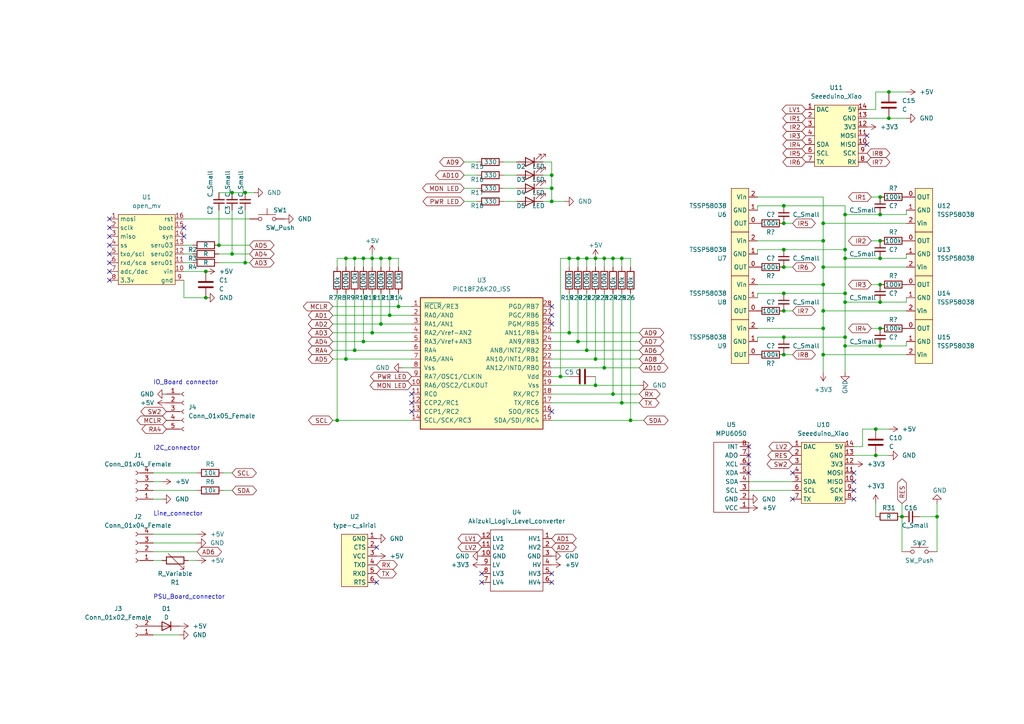
<source format=kicad_sch>
(kicad_sch (version 20211123) (generator eeschema)
  (paper "A4")
  (junction (at 238.76 102.87))
  (junction (at 165.1 74.93))
  (junction (at 59.69 86.36))
  (junction (at 63.5 71.12))
  (junction (at 107.95 74.93))
  (junction (at 227.33 59.69))
  (junction (at 177.8 74.93))
  (junction (at 254 124.46))
  (junction (at 113.03 91.44))
  (junction (at 102.87 74.93))
  (junction (at 238.76 90.17))
  (junction (at 105.41 74.93))
  (junction (at 245.11 87.63))
  (junction (at 227.33 97.79))
  (junction (at 102.87 101.6))
  (junction (at 172.72 111.76))
  (junction (at 113.03 74.93))
  (junction (at 238.76 82.55))
  (junction (at 227.33 77.47))
  (junction (at 71.12 55.88))
  (junction (at 245.11 62.23))
  (junction (at 177.8 114.3))
  (junction (at 257.81 34.29))
  (junction (at 105.41 99.06))
  (junction (at 110.49 93.98))
  (junction (at 170.18 74.93))
  (junction (at 271.78 149.86))
  (junction (at 167.64 99.06))
  (junction (at 180.34 74.93))
  (junction (at 67.31 55.88))
  (junction (at 100.33 104.14))
  (junction (at 227.33 64.77))
  (junction (at 255.27 100.33))
  (junction (at 227.33 90.17))
  (junction (at 238.76 77.47))
  (junction (at 245.11 85.09))
  (junction (at 254 132.08))
  (junction (at 175.26 106.68))
  (junction (at 238.76 69.85))
  (junction (at 107.95 96.52))
  (junction (at 67.31 73.66))
  (junction (at 255.27 87.63))
  (junction (at 245.11 97.79))
  (junction (at 167.64 74.93))
  (junction (at 170.18 101.6))
  (junction (at 172.72 104.14))
  (junction (at 172.72 74.93))
  (junction (at 71.12 76.2))
  (junction (at 180.34 116.84))
  (junction (at 257.81 26.67))
  (junction (at 255.27 82.55))
  (junction (at 238.76 95.25))
  (junction (at 59.69 78.74))
  (junction (at 182.88 121.92))
  (junction (at 245.11 72.39))
  (junction (at 238.76 64.77))
  (junction (at 245.11 100.33))
  (junction (at 261.62 149.86))
  (junction (at 160.02 54.61))
  (junction (at 100.33 74.93))
  (junction (at 165.1 96.52))
  (junction (at 97.79 121.92))
  (junction (at 160.02 58.42))
  (junction (at 255.27 69.85))
  (junction (at 115.57 88.9))
  (junction (at 110.49 74.93))
  (junction (at 160.02 50.8))
  (junction (at 175.26 74.93))
  (junction (at 255.27 62.23))
  (junction (at 245.11 74.93))
  (junction (at 255.27 95.25))
  (junction (at 162.56 109.22))
  (junction (at 255.27 74.93))
  (junction (at 227.33 72.39))
  (junction (at 255.27 57.15))
  (junction (at 227.33 85.09))
  (junction (at 227.33 102.87))
  (no_connect (at 160.02 93.98))
  (no_connect (at 160.02 91.44))
  (no_connect (at 160.02 88.9))
  (no_connect (at 119.38 114.3))
  (no_connect (at 119.38 116.84))
  (no_connect (at 119.38 119.38))
  (no_connect (at 109.22 168.91))
  (no_connect (at 109.22 158.75))
  (no_connect (at 139.7 166.37))
  (no_connect (at 139.7 168.91))
  (no_connect (at 160.02 168.91))
  (no_connect (at 160.02 166.37))
  (no_connect (at 160.02 119.38))
  (no_connect (at 53.34 68.58))
  (no_connect (at 53.34 66.04))
  (no_connect (at 31.75 63.5))
  (no_connect (at 31.75 66.04))
  (no_connect (at 31.75 68.58))
  (no_connect (at 31.75 71.12))
  (no_connect (at 31.75 73.66))
  (no_connect (at 31.75 76.2))
  (no_connect (at 31.75 78.74))
  (no_connect (at 31.75 81.28))
  (no_connect (at 217.17 137.16))
  (no_connect (at 217.17 134.62))
  (no_connect (at 217.17 132.08))
  (no_connect (at 217.17 129.54))
  (no_connect (at 229.87 137.16))
  (no_connect (at 247.65 144.78))
  (no_connect (at 247.65 142.24))
  (no_connect (at 247.65 139.7))
  (no_connect (at 247.65 137.16))
  (no_connect (at 229.87 144.78))
  (no_connect (at 251.46 41.91))
  (no_connect (at 251.46 39.37))
  (wire (pts (xy 160.02 116.84) (xy 180.34 116.84)))
  (wire (pts (xy 157.48 58.42) (xy 160.02 58.42)))
  (wire (pts (xy 63.5 60.96) (xy 63.5 71.12)))
  (wire (pts (xy 172.72 74.93) (xy 175.26 74.93)))
  (wire (pts (xy 157.48 50.8) (xy 160.02 50.8)))
  (wire (pts (xy 96.52 91.44) (xy 113.03 91.44)))
  (wire (pts (xy 72.39 76.2) (xy 71.12 76.2)))
  (wire (pts (xy 245.11 72.39) (xy 245.11 74.93)))
  (wire (pts (xy 71.12 55.88) (xy 73.66 55.88)))
  (wire (pts (xy 172.72 74.93) (xy 172.72 77.47)))
  (wire (pts (xy 254 124.46) (xy 257.81 124.46)))
  (wire (pts (xy 115.57 85.09) (xy 115.57 88.9)))
  (wire (pts (xy 44.45 160.02) (xy 57.15 160.02)))
  (wire (pts (xy 219.71 69.85) (xy 238.76 69.85)))
  (wire (pts (xy 177.8 85.09) (xy 177.8 114.3)))
  (wire (pts (xy 160.02 101.6) (xy 170.18 101.6)))
  (wire (pts (xy 162.56 109.22) (xy 162.56 74.93)))
  (wire (pts (xy 146.05 54.61) (xy 149.86 54.61)))
  (wire (pts (xy 160.02 114.3) (xy 177.8 114.3)))
  (wire (pts (xy 238.76 64.77) (xy 238.76 69.85)))
  (wire (pts (xy 252.73 69.85) (xy 255.27 69.85)))
  (wire (pts (xy 96.52 88.9) (xy 115.57 88.9)))
  (wire (pts (xy 257.81 132.08) (xy 254 132.08)))
  (wire (pts (xy 146.05 46.99) (xy 149.86 46.99)))
  (wire (pts (xy 102.87 74.93) (xy 102.87 77.47)))
  (wire (pts (xy 245.11 85.09) (xy 245.11 87.63)))
  (wire (pts (xy 219.71 85.09) (xy 227.33 85.09)))
  (wire (pts (xy 254 132.08) (xy 247.65 132.08)))
  (wire (pts (xy 107.95 74.93) (xy 110.49 74.93)))
  (wire (pts (xy 55.88 73.66) (xy 53.34 73.66)))
  (wire (pts (xy 160.02 111.76) (xy 172.72 111.76)))
  (wire (pts (xy 113.03 85.09) (xy 113.03 91.44)))
  (wire (pts (xy 160.02 58.42) (xy 160.02 54.61)))
  (wire (pts (xy 165.1 96.52) (xy 160.02 96.52)))
  (wire (pts (xy 54.61 162.56) (xy 57.15 162.56)))
  (wire (pts (xy 53.34 81.28) (xy 53.34 86.36)))
  (wire (pts (xy 162.56 74.93) (xy 165.1 74.93)))
  (wire (pts (xy 227.33 72.39) (xy 245.11 72.39)))
  (wire (pts (xy 63.5 55.88) (xy 67.31 55.88)))
  (wire (pts (xy 245.11 100.33) (xy 255.27 100.33)))
  (wire (pts (xy 229.87 77.47) (xy 227.33 77.47)))
  (wire (pts (xy 180.34 74.93) (xy 182.88 74.93)))
  (wire (pts (xy 55.88 71.12) (xy 53.34 71.12)))
  (wire (pts (xy 172.72 104.14) (xy 185.42 104.14)))
  (wire (pts (xy 177.8 74.93) (xy 180.34 74.93)))
  (wire (pts (xy 238.76 69.85) (xy 238.76 77.47)))
  (wire (pts (xy 72.39 63.5) (xy 53.34 63.5)))
  (wire (pts (xy 165.1 85.09) (xy 165.1 96.52)))
  (wire (pts (xy 100.33 77.47) (xy 100.33 74.93)))
  (wire (pts (xy 229.87 64.77) (xy 227.33 64.77)))
  (wire (pts (xy 252.73 82.55) (xy 255.27 82.55)))
  (wire (pts (xy 229.87 102.87) (xy 227.33 102.87)))
  (wire (pts (xy 219.71 82.55) (xy 238.76 82.55)))
  (wire (pts (xy 113.03 91.44) (xy 119.38 91.44)))
  (wire (pts (xy 238.76 57.15) (xy 238.76 64.77)))
  (wire (pts (xy 134.62 46.99) (xy 138.43 46.99)))
  (wire (pts (xy 53.34 78.74) (xy 59.69 78.74)))
  (wire (pts (xy 172.72 111.76) (xy 185.42 111.76)))
  (wire (pts (xy 262.89 100.33) (xy 255.27 100.33)))
  (wire (pts (xy 160.02 104.14) (xy 172.72 104.14)))
  (wire (pts (xy 157.48 54.61) (xy 160.02 54.61)))
  (wire (pts (xy 160.02 50.8) (xy 160.02 46.99)))
  (wire (pts (xy 160.02 106.68) (xy 175.26 106.68)))
  (wire (pts (xy 97.79 74.93) (xy 100.33 74.93)))
  (wire (pts (xy 67.31 73.66) (xy 63.5 73.66)))
  (wire (pts (xy 251.46 34.29) (xy 257.81 34.29)))
  (wire (pts (xy 261.62 149.86) (xy 261.62 160.02)))
  (wire (pts (xy 44.45 142.24) (xy 57.15 142.24)))
  (wire (pts (xy 170.18 85.09) (xy 170.18 101.6)))
  (wire (pts (xy 110.49 74.93) (xy 110.49 77.47)))
  (wire (pts (xy 251.46 31.75) (xy 254 31.75)))
  (wire (pts (xy 227.33 85.09) (xy 245.11 85.09)))
  (wire (pts (xy 262.89 99.06) (xy 262.89 100.33)))
  (wire (pts (xy 134.62 50.8) (xy 138.43 50.8)))
  (wire (pts (xy 107.95 96.52) (xy 119.38 96.52)))
  (wire (pts (xy 177.8 74.93) (xy 175.26 74.93)))
  (wire (pts (xy 261.62 146.05) (xy 261.62 149.86)))
  (wire (pts (xy 105.41 74.93) (xy 105.41 77.47)))
  (wire (pts (xy 102.87 74.93) (xy 105.41 74.93)))
  (wire (pts (xy 105.41 74.93) (xy 107.95 74.93)))
  (wire (pts (xy 257.81 26.67) (xy 262.89 26.67)))
  (wire (pts (xy 96.52 101.6) (xy 102.87 101.6)))
  (wire (pts (xy 115.57 88.9) (xy 119.38 88.9)))
  (wire (pts (xy 219.71 73.66) (xy 219.71 72.39)))
  (wire (pts (xy 247.65 129.54) (xy 250.19 129.54)))
  (wire (pts (xy 71.12 60.96) (xy 71.12 76.2)))
  (wire (pts (xy 180.34 116.84) (xy 185.42 116.84)))
  (wire (pts (xy 167.64 74.93) (xy 167.64 77.47)))
  (wire (pts (xy 255.27 87.63) (xy 262.89 87.63)))
  (wire (pts (xy 160.02 121.92) (xy 182.88 121.92)))
  (wire (pts (xy 219.71 86.36) (xy 219.71 85.09)))
  (wire (pts (xy 107.95 77.47) (xy 107.95 74.93)))
  (wire (pts (xy 227.33 97.79) (xy 245.11 97.79)))
  (wire (pts (xy 172.72 109.22) (xy 172.72 111.76)))
  (wire (pts (xy 96.52 96.52) (xy 107.95 96.52)))
  (wire (pts (xy 170.18 74.93) (xy 170.18 77.47)))
  (wire (pts (xy 177.8 77.47) (xy 177.8 74.93)))
  (wire (pts (xy 96.52 99.06) (xy 105.41 99.06)))
  (wire (pts (xy 44.45 162.56) (xy 46.99 162.56)))
  (wire (pts (xy 238.76 95.25) (xy 238.76 102.87)))
  (wire (pts (xy 250.19 124.46) (xy 254 124.46)))
  (wire (pts (xy 102.87 101.6) (xy 119.38 101.6)))
  (wire (pts (xy 250.19 129.54) (xy 250.19 124.46)))
  (wire (pts (xy 227.33 59.69) (xy 219.71 59.69)))
  (wire (pts (xy 238.76 77.47) (xy 238.76 82.55)))
  (wire (pts (xy 245.11 97.79) (xy 245.11 100.33)))
  (wire (pts (xy 107.95 73.66) (xy 107.95 74.93)))
  (wire (pts (xy 245.11 62.23) (xy 255.27 62.23)))
  (wire (pts (xy 146.05 58.42) (xy 149.86 58.42)))
  (wire (pts (xy 102.87 85.09) (xy 102.87 101.6)))
  (wire (pts (xy 113.03 74.93) (xy 113.03 77.47)))
  (wire (pts (xy 245.11 100.33) (xy 245.11 107.95)))
  (wire (pts (xy 255.27 62.23) (xy 262.89 62.23)))
  (wire (pts (xy 217.17 139.7) (xy 229.87 139.7)))
  (wire (pts (xy 105.41 85.09) (xy 105.41 99.06)))
  (wire (pts (xy 170.18 74.93) (xy 172.72 74.93)))
  (wire (pts (xy 96.52 93.98) (xy 110.49 93.98)))
  (wire (pts (xy 44.45 137.16) (xy 57.15 137.16)))
  (wire (pts (xy 165.1 77.47) (xy 165.1 74.93)))
  (wire (pts (xy 165.1 74.93) (xy 167.64 74.93)))
  (wire (pts (xy 271.78 146.05) (xy 271.78 149.86)))
  (wire (pts (xy 219.71 57.15) (xy 238.76 57.15)))
  (wire (pts (xy 105.41 99.06) (xy 119.38 99.06)))
  (wire (pts (xy 110.49 85.09) (xy 110.49 93.98)))
  (wire (pts (xy 170.18 101.6) (xy 185.42 101.6)))
  (wire (pts (xy 245.11 59.69) (xy 245.11 62.23)))
  (wire (pts (xy 219.71 99.06) (xy 219.71 97.79)))
  (wire (pts (xy 167.64 85.09) (xy 167.64 99.06)))
  (wire (pts (xy 44.45 154.94) (xy 57.15 154.94)))
  (wire (pts (xy 110.49 74.93) (xy 113.03 74.93)))
  (wire (pts (xy 44.45 157.48) (xy 57.15 157.48)))
  (wire (pts (xy 113.03 74.93) (xy 115.57 74.93)))
  (wire (pts (xy 182.88 85.09) (xy 182.88 121.92)))
  (wire (pts (xy 167.64 99.06) (xy 185.42 99.06)))
  (wire (pts (xy 44.45 139.7) (xy 46.99 139.7)))
  (wire (pts (xy 254 31.75) (xy 254 26.67)))
  (wire (pts (xy 160.02 99.06) (xy 167.64 99.06)))
  (wire (pts (xy 96.52 121.92) (xy 97.79 121.92)))
  (wire (pts (xy 55.88 76.2) (xy 53.34 76.2)))
  (wire (pts (xy 146.05 50.8) (xy 149.86 50.8)))
  (wire (pts (xy 238.76 64.77) (xy 262.89 64.77)))
  (wire (pts (xy 262.89 62.23) (xy 262.89 60.96)))
  (wire (pts (xy 71.12 76.2) (xy 63.5 76.2)))
  (wire (pts (xy 165.1 96.52) (xy 185.42 96.52)))
  (wire (pts (xy 262.89 87.63) (xy 262.89 86.36)))
  (wire (pts (xy 160.02 46.99) (xy 157.48 46.99)))
  (wire (pts (xy 271.78 149.86) (xy 271.78 160.02)))
  (wire (pts (xy 116.84 106.68) (xy 119.38 106.68)))
  (wire (pts (xy 238.76 90.17) (xy 262.89 90.17)))
  (wire (pts (xy 172.72 85.09) (xy 172.72 104.14)))
  (wire (pts (xy 64.77 142.24) (xy 67.31 142.24)))
  (wire (pts (xy 175.26 74.93) (xy 175.26 77.47)))
  (wire (pts (xy 245.11 74.93) (xy 255.27 74.93)))
  (wire (pts (xy 219.71 95.25) (xy 238.76 95.25)))
  (wire (pts (xy 96.52 104.14) (xy 100.33 104.14)))
  (wire (pts (xy 266.7 149.86) (xy 271.78 149.86)))
  (wire (pts (xy 97.79 121.92) (xy 119.38 121.92)))
  (wire (pts (xy 134.62 54.61) (xy 138.43 54.61)))
  (wire (pts (xy 219.71 72.39) (xy 227.33 72.39)))
  (wire (pts (xy 100.33 104.14) (xy 119.38 104.14)))
  (wire (pts (xy 64.77 137.16) (xy 67.31 137.16)))
  (wire (pts (xy 245.11 74.93) (xy 245.11 85.09)))
  (wire (pts (xy 67.31 60.96) (xy 67.31 73.66)))
  (wire (pts (xy 255.27 74.93) (xy 262.89 74.93)))
  (wire (pts (xy 180.34 85.09) (xy 180.34 116.84)))
  (wire (pts (xy 97.79 85.09) (xy 97.79 121.92)))
  (wire (pts (xy 110.49 93.98) (xy 119.38 93.98)))
  (wire (pts (xy 72.39 71.12) (xy 63.5 71.12)))
  (wire (pts (xy 238.76 77.47) (xy 262.89 77.47)))
  (wire (pts (xy 262.89 73.66) (xy 262.89 74.93)))
  (wire (pts (xy 175.26 85.09) (xy 175.26 106.68)))
  (wire (pts (xy 252.73 95.25) (xy 255.27 95.25)))
  (wire (pts (xy 180.34 74.93) (xy 180.34 77.47)))
  (wire (pts (xy 67.31 55.88) (xy 71.12 55.88)))
  (wire (pts (xy 252.73 57.15) (xy 255.27 57.15)))
  (wire (pts (xy 44.45 144.78) (xy 46.99 144.78)))
  (wire (pts (xy 219.71 97.79) (xy 227.33 97.79)))
  (wire (pts (xy 257.81 34.29) (xy 262.89 34.29)))
  (wire (pts (xy 177.8 114.3) (xy 185.42 114.3)))
  (wire (pts (xy 175.26 106.68) (xy 185.42 106.68)))
  (wire (pts (xy 238.76 90.17) (xy 238.76 95.25)))
  (wire (pts (xy 97.79 77.47) (xy 97.79 74.93)))
  (wire (pts (xy 227.33 59.69) (xy 245.11 59.69)))
  (wire (pts (xy 254 26.67) (xy 257.81 26.67)))
  (wire (pts (xy 100.33 85.09) (xy 100.33 104.14)))
  (wire (pts (xy 254 146.05) (xy 254 149.86)))
  (wire (pts (xy 245.11 62.23) (xy 245.11 72.39)))
  (wire (pts (xy 163.83 58.42) (xy 160.02 58.42)))
  (wire (pts (xy 238.76 82.55) (xy 238.76 90.17)))
  (wire (pts (xy 134.62 58.42) (xy 138.43 58.42)))
  (wire (pts (xy 167.64 74.93) (xy 170.18 74.93)))
  (wire (pts (xy 160.02 109.22) (xy 162.56 109.22)))
  (wire (pts (xy 182.88 121.92) (xy 186.69 121.92)))
  (wire (pts (xy 245.11 87.63) (xy 255.27 87.63)))
  (wire (pts (xy 238.76 102.87) (xy 238.76 107.95)))
  (wire (pts (xy 217.17 142.24) (xy 229.87 142.24)))
  (wire (pts (xy 107.95 85.09) (xy 107.95 96.52)))
  (wire (pts (xy 229.87 90.17) (xy 227.33 90.17)))
  (wire (pts (xy 53.34 86.36) (xy 59.69 86.36)))
  (wire (pts (xy 115.57 74.93) (xy 115.57 77.47)))
  (wire (pts (xy 245.11 87.63) (xy 245.11 97.79)))
  (wire (pts (xy 44.45 184.15) (xy 52.07 184.15)))
  (wire (pts (xy 162.56 109.22) (xy 165.1 109.22)))
  (wire (pts (xy 219.71 59.69) (xy 219.71 60.96)))
  (wire (pts (xy 160.02 54.61) (xy 160.02 50.8)))
  (wire (pts (xy 182.88 74.93) (xy 182.88 77.47)))
  (wire (pts (xy 72.39 73.66) (xy 67.31 73.66)))
  (wire (pts (xy 100.33 74.93) (xy 102.87 74.93)))
  (wire (pts (xy 238.76 102.87) (xy 262.89 102.87)))
  (text "IO_Board connector" (at 44.45 111.76 0) (effects (font (size 1.27 1.27)) (justify left bottom)))
  (text "PSU_Board_connector" (at 44.45 173.99 0) (effects (font (size 1.27 1.27)) (justify left bottom)))
  (text "I2C_connector" (at 44.45 130.81 0) (effects (font (size 1.27 1.27)) (justify left bottom)))
  (text "Line_connector" (at 44.45 149.86 0) (effects (font (size 1.27 1.27)) (justify left bottom)))
  (global_label "LV2" (shape bidirectional) (at 139.7 158.75 180) (property "Intersheet References" "${INTERSHEET_REFS}" (effects hide)))
  (global_label "AD5" (shape bidirectional) (at 96.52 104.14 180) (property "Intersheet References" "${INTERSHEET_REFS}" (effects hide)))
  (global_label "IR6" (shape bidirectional) (at 229.87 77.47 0) (property "Intersheet References" "${INTERSHEET_REFS}" (effects hide)))
  (global_label "IR5" (shape bidirectional) (at 233.68 44.45 180) (property "Intersheet References" "${INTERSHEET_REFS}" (effects hide)))
  (global_label "IR4" (shape bidirectional) (at 233.68 41.91 180) (property "Intersheet References" "${INTERSHEET_REFS}" (effects hide)))
  (global_label "IR7" (shape bidirectional) (at 251.46 46.99 0) (property "Intersheet References" "${INTERSHEET_REFS}" (effects hide)))
  (global_label "AD1" (shape bidirectional) (at 160.02 156.21 0) (property "Intersheet References" "${INTERSHEET_REFS}" (effects hide)))
  (global_label "SCL" (shape bidirectional) (at 67.31 137.16 0) (property "Intersheet References" "${INTERSHEET_REFS}" (effects hide)))
  (global_label "IR6" (shape bidirectional) (at 233.68 46.99 180) (property "Intersheet References" "${INTERSHEET_REFS}" (effects hide)))
  (global_label "TX" (shape bidirectional) (at 185.42 116.84 0) (property "Intersheet References" "${INTERSHEET_REFS}" (effects hide)))
  (global_label "MON LED" (shape bidirectional) (at 119.38 111.76 180) (property "Intersheet References" "${INTERSHEET_REFS}" (effects hide)))
  (global_label "LV1" (shape bidirectional) (at 139.7 156.21 180) (property "Intersheet References" "${INTERSHEET_REFS}" (effects hide)))
  (global_label "IR5" (shape bidirectional) (at 229.87 64.77 0) (property "Intersheet References" "${INTERSHEET_REFS}" (effects hide)))
  (global_label "IR7" (shape bidirectional) (at 229.87 90.17 0) (property "Intersheet References" "${INTERSHEET_REFS}" (effects hide)))
  (global_label "AD7" (shape bidirectional) (at 185.42 99.06 0) (property "Intersheet References" "${INTERSHEET_REFS}" (effects hide)))
  (global_label "RES" (shape bidirectional) (at 261.62 146.05 90) (property "Intersheet References" "${INTERSHEET_REFS}" (effects hide)))
  (global_label "AD4" (shape bidirectional) (at 72.39 73.66 0) (property "Intersheet References" "${INTERSHEET_REFS}" (effects hide)))
  (global_label "AD2" (shape bidirectional) (at 96.52 93.98 180) (property "Intersheet References" "${INTERSHEET_REFS}" (effects hide)))
  (global_label "AD3" (shape bidirectional) (at 72.39 76.2 0) (property "Intersheet References" "${INTERSHEET_REFS}" (effects hide)))
  (global_label "AD3" (shape bidirectional) (at 96.52 96.52 180) (property "Intersheet References" "${INTERSHEET_REFS}" (effects hide)))
  (global_label "RX" (shape bidirectional) (at 185.42 114.3 0) (property "Intersheet References" "${INTERSHEET_REFS}" (effects hide)))
  (global_label "AD2" (shape bidirectional) (at 160.02 158.75 0) (property "Intersheet References" "${INTERSHEET_REFS}" (effects hide)))
  (global_label "TX" (shape bidirectional) (at 109.22 166.37 0) (property "Intersheet References" "${INTERSHEET_REFS}" (effects hide)))
  (global_label "AD9" (shape bidirectional) (at 185.42 96.52 0) (property "Intersheet References" "${INTERSHEET_REFS}" (effects hide)))
  (global_label "IR3" (shape bidirectional) (at 233.68 39.37 180) (property "Intersheet References" "${INTERSHEET_REFS}" (effects hide)))
  (global_label "SW2" (shape bidirectional) (at 48.26 119.38 180) (property "Intersheet References" "${INTERSHEET_REFS}" (effects hide)))
  (global_label "AD5" (shape bidirectional) (at 72.39 71.12 0) (property "Intersheet References" "${INTERSHEET_REFS}" (effects hide)))
  (global_label "MCLR" (shape bidirectional) (at 96.52 88.9 180) (property "Intersheet References" "${INTERSHEET_REFS}" (effects hide)))
  (global_label "MON LED" (shape bidirectional) (at 134.62 54.61 180) (property "Intersheet References" "${INTERSHEET_REFS}" (effects hide)))
  (global_label "IR3" (shape bidirectional) (at 252.73 82.55 180) (property "Intersheet References" "${INTERSHEET_REFS}" (effects hide)))
  (global_label "RA4" (shape bidirectional) (at 48.26 124.46 180) (property "Intersheet References" "${INTERSHEET_REFS}" (effects hide)))
  (global_label "SCL" (shape bidirectional) (at 96.52 121.92 180) (property "Intersheet References" "${INTERSHEET_REFS}" (effects hide)))
  (global_label "RA4" (shape bidirectional) (at 96.52 101.6 180) (property "Intersheet References" "${INTERSHEET_REFS}" (effects hide)))
  (global_label "LV1" (shape bidirectional) (at 233.68 31.75 180) (property "Intersheet References" "${INTERSHEET_REFS}" (effects hide)))
  (global_label "AD9" (shape bidirectional) (at 134.62 46.99 180) (property "Intersheet References" "${INTERSHEET_REFS}" (effects hide)))
  (global_label "MCLR" (shape bidirectional) (at 48.26 121.92 180) (property "Intersheet References" "${INTERSHEET_REFS}" (effects hide)))
  (global_label "AD8" (shape bidirectional) (at 185.42 104.14 0) (property "Intersheet References" "${INTERSHEET_REFS}" (effects hide)))
  (global_label "IR8" (shape bidirectional) (at 251.46 44.45 0) (property "Intersheet References" "${INTERSHEET_REFS}" (effects hide)))
  (global_label "PWR LED" (shape bidirectional) (at 134.62 58.42 180) (property "Intersheet References" "${INTERSHEET_REFS}" (effects hide)))
  (global_label "SDA" (shape bidirectional) (at 186.69 121.92 0) (property "Intersheet References" "${INTERSHEET_REFS}" (effects hide)))
  (global_label "IR1" (shape bidirectional) (at 233.68 34.29 180) (property "Intersheet References" "${INTERSHEET_REFS}" (effects hide)))
  (global_label "PWR LED" (shape bidirectional) (at 119.38 109.22 180) (property "Intersheet References" "${INTERSHEET_REFS}" (effects hide)))
  (global_label "SDA" (shape bidirectional) (at 67.31 142.24 0) (property "Intersheet References" "${INTERSHEET_REFS}" (effects hide)))
  (global_label "AD6" (shape bidirectional) (at 185.42 101.6 0) (property "Intersheet References" "${INTERSHEET_REFS}" (effects hide)))
  (global_label "RES" (shape bidirectional) (at 229.87 132.08 180) (property "Intersheet References" "${INTERSHEET_REFS}" (effects hide)))
  (global_label "AD4" (shape bidirectional) (at 96.52 99.06 180) (property "Intersheet References" "${INTERSHEET_REFS}" (effects hide)))
  (global_label "AD6" (shape bidirectional) (at 57.15 160.02 0) (property "Intersheet References" "${INTERSHEET_REFS}" (effects hide)))
  (global_label "SW2" (shape bidirectional) (at 229.87 134.62 180) (property "Intersheet References" "${INTERSHEET_REFS}" (effects hide)))
  (global_label "IR1" (shape bidirectional) (at 252.73 57.15 180) (property "Intersheet References" "${INTERSHEET_REFS}" (effects hide)))
  (global_label "RX" (shape bidirectional) (at 109.22 163.83 0) (property "Intersheet References" "${INTERSHEET_REFS}" (effects hide)))
  (global_label "LV2" (shape bidirectional) (at 229.87 129.54 180) (property "Intersheet References" "${INTERSHEET_REFS}" (effects hide)))
  (global_label "IR2" (shape bidirectional) (at 233.68 36.83 180) (property "Intersheet References" "${INTERSHEET_REFS}" (effects hide)))
  (global_label "AD10" (shape bidirectional) (at 134.62 50.8 180) (property "Intersheet References" "${INTERSHEET_REFS}" (effects hide)))
  (global_label "AD1" (shape bidirectional) (at 96.52 91.44 180) (property "Intersheet References" "${INTERSHEET_REFS}" (effects hide)))
  (global_label "IR2" (shape bidirectional) (at 252.73 69.85 180) (property "Intersheet References" "${INTERSHEET_REFS}" (effects hide)))
  (global_label "IR8" (shape bidirectional) (at 229.87 102.87 0) (property "Intersheet References" "${INTERSHEET_REFS}" (effects hide)))
  (global_label "IR4" (shape bidirectional) (at 252.73 95.25 180) (property "Intersheet References" "${INTERSHEET_REFS}" (effects hide)))
  (global_label "AD10" (shape bidirectional) (at 185.42 106.68 0) (property "Intersheet References" "${INTERSHEET_REFS}" (effects hide)))
  (symbol (lib_id "Device:C") (at 257.81 30.48 0) (unit 1)
    (property "Reference" "C15" (at 261.62 29.2099 0) (effects (justify left)))
    (property "Value" "C" (at 261.62 31.7499 0) (effects (justify left)))
    (property "Footprint" "Capacitor_THT:CP_Radial_D5.0mm_P2.50mm" (effects hide))
  )
  (symbol (lib_id "power:GND") (at 116.84 106.68 270) (unit 1)
    (property "Reference" "#PWR017" (effects hide))
    (property "Value" "GND" (at 113.03 106.6799 90) (effects (justify right)))
  )
  (symbol (lib_id "power:GND") (at 257.81 132.08 90) (unit 1)
    (property "Reference" "#PWR033" (effects hide))
    (property "Value" "GND" (at 261.62 132.0799 90) (effects (justify right)))
  )
  (symbol (lib_id "Device:R") (at 142.24 46.99 90) (unit 1)
    (property "Reference" "R15" (at 138.43 48.26 90))
    (property "Value" "330" (at 142.24 46.99 90))
    (property "Footprint" "Resistor_THT:R_Axial_DIN0204_L3.6mm_D1.6mm_P5.08mm_Horizontal" (effects hide))
  )
  (symbol (lib_id "Device:R") (at 175.26 81.28 0) (unit 1)
    (property "Reference" "R23" (at 172.72 86.36 0) (effects (justify left)))
    (property "Value" "100k" (at 175.26 83.82 90) (effects (justify left)))
    (property "Footprint" "Resistor_THT:R_Axial_DIN0204_L3.6mm_D1.6mm_P5.08mm_Horizontal" (effects hide))
  )
  (symbol (lib_id "power:+5V") (at 46.99 139.7 270) (unit 1)
    (property "Reference" "#PWR01" (effects hide))
    (property "Value" "+5V" (at 50.8 139.6999 90) (effects (justify left)))
  )
  (symbol (lib_id "Device:R") (at 142.24 58.42 90) (unit 1)
    (property "Reference" "R18" (at 138.43 59.69 90))
    (property "Value" "330" (at 142.24 58.42 90))
    (property "Footprint" "Resistor_THT:R_Axial_DIN0204_L3.6mm_D1.6mm_P5.08mm_Horizontal" (effects hide))
  )
  (symbol (lib_id "power:+5V") (at 107.95 73.66 0) (unit 1)
    (property "Reference" "#PWR014" (effects hide))
    (property "Value" "+5V" (at 107.95 69.85 0))
  )
  (symbol (lib_id "power:GND") (at 245.11 107.95 0) (unit 1)
    (property "Reference" "#PWR028" (effects hide))
    (property "Value" "GND" (at 245.11 114.3 90) (effects (justify left)))
  )
  (symbol (lib_id "Device:R") (at 177.8 81.28 0) (unit 1)
    (property "Reference" "R24" (at 175.26 86.36 0) (effects (justify left)))
    (property "Value" "10k" (at 177.8 83.82 90) (effects (justify left)))
    (property "Footprint" "Resistor_THT:R_Axial_DIN0204_L3.6mm_D1.6mm_P5.08mm_Horizontal" (effects hide))
  )
  (symbol (lib_name "TSSP58038_4") (lib_id "ir_sensor:TSSP58038") (at 265.43 60.96 270) (unit 1)
    (property "Reference" "U12" (at 271.78 59.6899 90) (effects (justify left)))
    (property "Value" "TSSP58038" (at 271.78 62.2299 90) (effects (justify left)))
    (property "Footprint" "Lib:TSSP58038_IR" (effects hide))
  )
  (symbol (lib_id "Device:C_Small") (at 227.33 62.23 0) (unit 1)
    (property "Reference" "C?" (at 222.25 62.23 0) (effects (justify left)))
    (property "Value" "C_Small" (at 229.87 62.23 0) (effects (justify left)))
    (property "Footprint" "Capacitor_THT:C_Disc_D3.8mm_W2.6mm_P2.50mm" (effects hide))
  )
  (symbol (lib_id "type-c_sirial:type-c_sirial") (at 96.52 162.56 90) (unit 1)
    (property "Reference" "U2" (at 102.87 149.86 90))
    (property "Value" "type-c_sirial" (at 102.87 152.4 90))
    (property "Footprint" "Lib:Type-C_Sirial_Board" (effects hide))
  )
  (symbol (lib_id "Device:R") (at 105.41 81.28 0) (unit 1)
    (property "Reference" "R10" (at 102.87 86.36 0) (effects (justify left)))
    (property "Value" "100k" (at 105.41 83.82 90) (effects (justify left)))
    (property "Footprint" "Resistor_THT:R_Axial_DIN0204_L3.6mm_D1.6mm_P5.08mm_Horizontal" (effects hide))
  )
  (symbol (lib_id "Device:R") (at 259.08 95.25 90) (unit 1)
    (property "Reference" "R?" (at 259.08 92.71 90))
    (property "Value" "100k" (at 259.08 95.25 90))
    (property "Footprint" "Resistor_THT:R_Axial_DIN0204_L3.6mm_D1.6mm_P5.08mm_Horizontal" (effects hide))
  )
  (symbol (lib_id "Device:LED") (at 153.67 54.61 180) (unit 1)
    (property "Reference" "D4" (at 151.13 55.88 0))
    (property "Value" "LED" (at 156.21 55.88 0))
    (property "Footprint" "LED_THT:LED_D5.0mm_Clear" (effects hide))
  )
  (symbol (lib_id "Device:LED") (at 153.67 58.42 180) (unit 1)
    (property "Reference" "D5" (at 151.13 59.69 0))
    (property "Value" "LED" (at 156.21 59.69 0))
    (property "Footprint" "LED_THT:LED_D5.0mm_Clear" (effects hide))
  )
  (symbol (lib_id "power:+5V") (at 217.17 147.32 270) (unit 1)
    (property "Reference" "#PWR026" (effects hide))
    (property "Value" "+5V" (at 220.98 147.3199 90) (effects (justify left)))
  )
  (symbol (lib_id "mpu6050:MPU6050") (at 205.74 138.43 90) (unit 1)
    (property "Reference" "U5" (at 212.09 123.19 90))
    (property "Value" "MPU6050" (at 212.09 125.73 90))
    (property "Footprint" "Lib:MPU6050" (effects hide))
  )
  (symbol (lib_id "power:+5V") (at 109.22 161.29 270) (unit 1)
    (property "Reference" "#PWR016" (effects hide))
    (property "Value" "+5V" (at 113.03 161.2899 90) (effects (justify left)))
  )
  (symbol (lib_id "Device:D") (at 48.26 181.61 180) (unit 1)
    (property "Reference" "D1" (at 48.26 176.53 0))
    (property "Value" "D" (at 48.26 179.07 0))
    (property "Footprint" "Diode_THT:D_DO-41_SOD81_P7.62mm_Horizontal" (effects hide))
  )
  (symbol (lib_id "Device:R") (at 100.33 81.28 0) (unit 1)
    (property "Reference" "R8" (at 97.79 86.36 0) (effects (justify left)))
    (property "Value" "100k" (at 100.33 83.82 90) (effects (justify left)))
    (property "Footprint" "Resistor_THT:R_Axial_DIN0204_L3.6mm_D1.6mm_P5.08mm_Horizontal" (effects hide))
  )
  (symbol (lib_id "tj3b pic:PIC18F26K20_ISS") (at 139.7 109.22 0) (unit 1)
    (property "Reference" "U3" (at 139.7 81.28 0))
    (property "Value" "PIC18F26K20_ISS" (at 139.7 83.82 0))
    (property "Footprint" "Package_DIP:DIP-28_W7.62mm_Socket_LongPads" (effects hide))
    (property "Datasheet" "http://ww1.microchip.com/downloads/en/DeviceDoc/40001303H.pdf" (effects hide))
  )
  (symbol (lib_id "power:GND") (at 73.66 55.88 90) (unit 1)
    (property "Reference" "#PWR012" (effects hide))
    (property "Value" "GND" (at 77.47 55.8799 90) (effects (justify right)))
  )
  (symbol (lib_id "power:+5V") (at 172.72 74.93 0) (unit 1)
    (property "Reference" "#PWR023" (effects hide))
    (property "Value" "+5V" (at 172.72 71.12 0))
  )
  (symbol (lib_id "power:GND") (at 262.89 34.29 90) (unit 1)
    (property "Reference" "#PWR035" (effects hide))
    (property "Value" "GND" (at 266.7 34.2899 90) (effects (justify right)))
  )
  (symbol (lib_id "power:GND") (at 160.02 161.29 90) (unit 1)
    (property "Reference" "#PWR020" (effects hide))
    (property "Value" "GND" (at 163.83 161.2899 90) (effects (justify right)))
  )
  (symbol (lib_id "Device:R") (at 102.87 81.28 0) (unit 1)
    (property "Reference" "R9" (at 100.33 86.36 0) (effects (justify left)))
    (property "Value" "10k" (at 102.87 82.55 90) (effects (justify left)))
    (property "Footprint" "Resistor_THT:R_Axial_DIN0204_L3.6mm_D1.6mm_P5.08mm_Horizontal" (effects hide))
  )
  (symbol (lib_name "TSSP58038_1") (lib_id "ir_sensor:TSSP58038") (at 265.43 99.06 270) (unit 1)
    (property "Reference" "U15" (at 271.78 97.7899 90) (effects (justify left)))
    (property "Value" "TSSP58038" (at 271.78 100.3299 90) (effects (justify left)))
    (property "Footprint" "Lib:TSSP58038_IR" (effects hide))
  )
  (symbol (lib_id "Device:R") (at 113.03 81.28 0) (unit 1)
    (property "Reference" "R13" (at 110.49 86.36 0) (effects (justify left)))
    (property "Value" "100k" (at 113.03 83.82 90) (effects (justify left)))
    (property "Footprint" "Resistor_THT:R_Axial_DIN0204_L3.6mm_D1.6mm_P5.08mm_Horizontal" (effects hide))
  )
  (symbol (lib_id "power:GND") (at 109.22 156.21 90) (unit 1)
    (property "Reference" "#PWR015" (effects hide))
    (property "Value" "GND" (at 113.03 156.2099 90) (effects (justify right)))
  )
  (symbol (lib_id "Device:R") (at 172.72 81.28 0) (unit 1)
    (property "Reference" "R22" (at 170.18 86.36 0) (effects (justify left)))
    (property "Value" "100k" (at 172.72 83.82 90) (effects (justify left)))
    (property "Footprint" "Resistor_THT:R_Axial_DIN0204_L3.6mm_D1.6mm_P5.08mm_Horizontal" (effects hide))
  )
  (symbol (lib_id "Device:C_Small") (at 67.31 58.42 180) (unit 1)
    (property "Reference" "C3" (at 66.04 60.96 90))
    (property "Value" "C_Small" (at 66.04 53.34 90))
    (property "Footprint" "Capacitor_THT:C_Disc_D3.8mm_W2.6mm_P2.50mm" (effects hide))
  )
  (symbol (lib_id "power:GND") (at 46.99 144.78 90) (unit 1)
    (property "Reference" "#PWR02" (effects hide))
    (property "Value" "GND" (at 50.8 144.7799 90) (effects (justify right)))
  )
  (symbol (lib_id "power:GND") (at 139.7 161.29 270) (unit 1)
    (property "Reference" "#PWR018" (effects hide))
    (property "Value" "GND" (at 132.08 161.29 90) (effects (justify left)))
  )
  (symbol (lib_id "Device:R") (at 60.96 142.24 90) (unit 1)
    (property "Reference" "R6" (at 60.96 139.7 90))
    (property "Value" "10k" (at 60.96 142.24 90))
    (property "Footprint" "Resistor_THT:R_Axial_DIN0204_L3.6mm_D1.6mm_P5.08mm_Horizontal" (effects hide))
  )
  (symbol (lib_id "Device:LED") (at 153.67 46.99 180) (unit 1)
    (property "Reference" "D2" (at 151.13 48.26 0))
    (property "Value" "LED" (at 156.21 48.26 0))
    (property "Footprint" "LED_THT:LED_D5.0mm_Clear" (effects hide))
  )
  (symbol (lib_name "TSSP58038_3") (lib_id "ir_sensor:TSSP58038") (at 265.43 73.66 270) (unit 1)
    (property "Reference" "U13" (at 271.78 72.3899 90) (effects (justify left)))
    (property "Value" "TSSP58038" (at 271.78 74.9299 90) (effects (justify left)))
    (property "Footprint" "Lib:TSSP58038_IR" (effects hide))
  )
  (symbol (lib_id "seeeduino_xiao:Seeeduino_Xiao") (at 238.76 135.89 0) (unit 1)
    (property "Reference" "U10" (at 238.76 123.19 0))
    (property "Value" "Seeeduino_Xiao" (at 238.76 125.73 0))
    (property "Footprint" "Lib:seeeduinoXIAO" (effects hide))
  )
  (symbol (lib_id "Connector:Conn_01x04_Female") (at 39.37 160.02 180) (unit 1)
    (property "Reference" "J2" (at 40.005 149.86 0))
    (property "Value" "Conn_01x04_Female" (at 40.005 152.4 0))
    (property "Footprint" "Connector_JST:JST_XH_B4B-XH-A_1x04_P2.50mm_Vertical" (effects hide))
  )
  (symbol (lib_id "Device:R") (at 182.88 81.28 0) (unit 1)
    (property "Reference" "R26" (at 180.34 86.36 0) (effects (justify left)))
    (property "Value" "10k" (at 182.88 83.82 90) (effects (justify left)))
    (property "Footprint" "Resistor_THT:R_Axial_DIN0204_L3.6mm_D1.6mm_P5.08mm_Horizontal" (effects hide))
  )
  (symbol (lib_id "Device:R") (at 223.52 64.77 90) (unit 1)
    (property "Reference" "R?" (at 223.52 67.31 90))
    (property "Value" "100k" (at 223.52 64.77 90))
    (property "Footprint" "Resistor_THT:R_Axial_DIN0204_L3.6mm_D1.6mm_P5.08mm_Horizontal" (effects hide))
  )
  (symbol (lib_id "Device:C") (at 59.69 82.55 0) (unit 1)
    (property "Reference" "C1" (at 63.5 81.2799 0) (effects (justify left)))
    (property "Value" "C" (at 63.5 83.8199 0) (effects (justify left)))
    (property "Footprint" "Capacitor_THT:CP_Radial_D5.0mm_P2.50mm" (effects hide))
  )
  (symbol (lib_id "Device:R") (at 60.96 137.16 90) (unit 1)
    (property "Reference" "R5" (at 60.96 134.62 90))
    (property "Value" "10k" (at 60.96 137.16 90))
    (property "Footprint" "Resistor_THT:R_Axial_DIN0204_L3.6mm_D1.6mm_P5.08mm_Horizontal" (effects hide))
  )
  (symbol (lib_id "Device:R") (at 259.08 82.55 90) (unit 1)
    (property "Reference" "R?" (at 259.08 80.01 90))
    (property "Value" "100k" (at 259.08 82.55 90))
    (property "Footprint" "Resistor_THT:R_Axial_DIN0204_L3.6mm_D1.6mm_P5.08mm_Horizontal" (effects hide))
  )
  (symbol (lib_id "Device:R") (at 59.69 73.66 90) (unit 1)
    (property "Reference" "R3" (at 55.88 74.93 90))
    (property "Value" "R" (at 59.69 73.66 90))
    (property "Footprint" "Resistor_THT:R_Axial_DIN0204_L3.6mm_D1.6mm_P5.08mm_Horizontal" (effects hide))
  )
  (symbol (lib_id "power:GND") (at 82.55 63.5 90) (unit 1)
    (property "Reference" "#PWR013" (effects hide))
    (property "Value" "GND" (at 86.36 63.4999 90) (effects (justify right)))
  )
  (symbol (lib_id "Device:R") (at 170.18 81.28 0) (unit 1)
    (property "Reference" "R21" (at 167.64 86.36 0) (effects (justify left)))
    (property "Value" "100k" (at 170.18 83.82 90) (effects (justify left)))
    (property "Footprint" "Resistor_THT:R_Axial_DIN0204_L3.6mm_D1.6mm_P5.08mm_Horizontal" (effects hide))
  )
  (symbol (lib_id "seeeduino_xiao:Seeeduino_Xiao") (at 242.57 38.1 0) (unit 1)
    (property "Reference" "U11" (at 242.57 25.4 0))
    (property "Value" "Seeeduino_Xiao" (at 242.57 27.94 0))
    (property "Footprint" "Lib:seeeduinoXIAO" (effects hide))
  )
  (symbol (lib_id "Device:R") (at 223.52 90.17 90) (unit 1)
    (property "Reference" "R?" (at 223.52 92.71 90))
    (property "Value" "100k" (at 223.52 90.17 90))
    (property "Footprint" "Resistor_THT:R_Axial_DIN0204_L3.6mm_D1.6mm_P5.08mm_Horizontal" (effects hide))
  )
  (symbol (lib_id "Device:C_Small") (at 227.33 87.63 0) (unit 1)
    (property "Reference" "C?" (at 222.25 87.63 0) (effects (justify left)))
    (property "Value" "C_Small" (at 229.87 87.63 0) (effects (justify left)))
    (property "Footprint" "Capacitor_THT:C_Disc_D3.8mm_W2.6mm_P2.50mm" (effects hide))
  )
  (symbol (lib_id "Device:R") (at 167.64 81.28 0) (unit 1)
    (property "Reference" "R20" (at 165.1 86.36 0) (effects (justify left)))
    (property "Value" "100k" (at 167.64 83.82 90) (effects (justify left)))
    (property "Footprint" "Resistor_THT:R_Axial_DIN0204_L3.6mm_D1.6mm_P5.08mm_Horizontal" (effects hide))
  )
  (symbol (lib_id "Device:C") (at 254 128.27 0) (unit 1)
    (property "Reference" "C10" (at 257.81 126.9999 0) (effects (justify left)))
    (property "Value" "C" (at 257.81 129.5399 0) (effects (justify left)))
    (property "Footprint" "Capacitor_THT:CP_Radial_D5.0mm_P2.50mm" (effects hide))
  )
  (symbol (lib_id "Device:R") (at 97.79 81.28 0) (unit 1)
    (property "Reference" "R7" (at 95.25 86.36 0) (effects (justify left)))
    (property "Value" "10k" (at 97.79 83.82 90) (effects (justify left)))
    (property "Footprint" "Resistor_THT:R_Axial_DIN0204_L3.6mm_D1.6mm_P5.08mm_Horizontal" (effects hide))
  )
  (symbol (lib_id "Device:C_Small") (at 255.27 85.09 0) (unit 1)
    (property "Reference" "C?" (at 257.81 85.09 0) (effects (justify left)))
    (property "Value" "C_Small" (at 246.327 86.36 0) (effects (justify left)))
    (property "Footprint" "Capacitor_THT:C_Disc_D3.8mm_W2.6mm_P2.50mm" (effects hide))
  )
  (symbol (lib_id "Device:R") (at 223.52 102.87 90) (unit 1)
    (property "Reference" "R?" (at 223.52 105.41 90))
    (property "Value" "100k" (at 223.52 102.87 90))
    (property "Footprint" "Resistor_THT:R_Axial_DIN0204_L3.6mm_D1.6mm_P5.08mm_Horizontal" (effects hide))
  )
  (symbol (lib_id "Device:R") (at 165.1 81.28 0) (unit 1)
    (property "Reference" "R19" (at 162.56 86.36 0) (effects (justify left)))
    (property "Value" "100k" (at 165.1 83.82 90) (effects (justify left)))
    (property "Footprint" "Resistor_THT:R_Axial_DIN0204_L3.6mm_D1.6mm_P5.08mm_Horizontal" (effects hide))
  )
  (symbol (lib_id "Device:C_Small") (at 227.33 74.93 0) (unit 1)
    (property "Reference" "C?" (at 222.25 74.93 0) (effects (justify left)))
    (property "Value" "C_Small" (at 229.87 74.93 0) (effects (justify left)))
    (property "Footprint" "Capacitor_THT:C_Disc_D3.8mm_W2.6mm_P2.50mm" (effects hide))
  )
  (symbol (lib_id "Device:C_Small") (at 255.27 59.69 0) (unit 1)
    (property "Reference" "C?" (at 257.81 59.69 0) (effects (justify left)))
    (property "Value" "C_Small" (at 246.327 60.96 0) (effects (justify left)))
    (property "Footprint" "Capacitor_THT:C_Disc_D3.8mm_W2.6mm_P2.50mm" (effects hide))
  )
  (symbol (lib_id "power:+5V") (at 57.15 162.56 270) (unit 1)
    (property "Reference" "#PWR09" (effects hide))
    (property "Value" "+5V" (at 60.96 162.5599 90) (effects (justify left)))
  )
  (symbol (lib_id "Device:C_Small") (at 255.27 72.39 0) (unit 1)
    (property "Reference" "C?" (at 257.81 72.39 0) (effects (justify left)))
    (property "Value" "C_Small" (at 246.327 73.66 0) (effects (justify left)))
    (property "Footprint" "Capacitor_THT:C_Disc_D3.8mm_W2.6mm_P2.50mm" (effects hide))
  )
  (symbol (lib_id "power:GND") (at 185.42 111.76 90) (unit 1)
    (property "Reference" "#PWR024" (effects hide))
    (property "Value" "GND" (at 189.23 111.7599 90) (effects (justify right)))
  )
  (symbol (lib_id "Device:R") (at 259.08 69.85 90) (unit 1)
    (property "Reference" "R?" (at 259.08 67.31 90))
    (property "Value" "100k" (at 259.08 69.85 90))
    (property "Footprint" "Resistor_THT:R_Axial_DIN0204_L3.6mm_D1.6mm_P5.08mm_Horizontal" (effects hide))
  )
  (symbol (lib_id "Device:R") (at 59.69 71.12 90) (unit 1)
    (property "Reference" "R2" (at 55.88 72.39 90))
    (property "Value" "R" (at 59.69 71.12 90))
    (property "Footprint" "Resistor_THT:R_Axial_DIN0204_L3.6mm_D1.6mm_P5.08mm_Horizontal" (effects hide))
  )
  (symbol (lib_name "TSSP58038_2") (lib_id "ir_sensor:TSSP58038") (at 265.43 86.36 270) (unit 1)
    (property "Reference" "U14" (at 271.78 85.0899 90) (effects (justify left)))
    (property "Value" "TSSP58038" (at 271.78 87.6299 90) (effects (justify left)))
    (property "Footprint" "Lib:TSSP58038_IR" (effects hide))
  )
  (symbol (lib_id "Device:R") (at 142.24 54.61 90) (unit 1)
    (property "Reference" "R17" (at 138.43 55.88 90))
    (property "Value" "330" (at 142.24 54.61 90))
    (property "Footprint" "Resistor_THT:R_Axial_DIN0204_L3.6mm_D1.6mm_P5.08mm_Horizontal" (effects hide))
  )
  (symbol (lib_id "Device:R") (at 107.95 81.28 0) (unit 1)
    (property "Reference" "R11" (at 105.41 86.36 0) (effects (justify left)))
    (property "Value" "100k" (at 107.95 83.82 90) (effects (justify left)))
    (property "Footprint" "Resistor_THT:R_Axial_DIN0204_L3.6mm_D1.6mm_P5.08mm_Horizontal" (effects hide))
  )
  (symbol (lib_id "Connector:Conn_01x04_Female") (at 39.37 142.24 180) (unit 1)
    (property "Reference" "J1" (at 40.005 132.08 0))
    (property "Value" "Conn_01x04_Female" (at 40.005 134.62 0))
    (property "Footprint" "Connector_JST:JST_XH_B4B-XH-A_1x04_P2.50mm_Vertical" (effects hide))
  )
  (symbol (lib_id "power:GND") (at 57.15 157.48 90) (unit 1)
    (property "Reference" "#PWR08" (effects hide))
    (property "Value" "GND" (at 60.96 157.4799 90) (effects (justify right)))
  )
  (symbol (lib_id "Device:R") (at 115.57 81.28 0) (unit 1)
    (property "Reference" "R14" (at 113.03 86.36 0) (effects (justify left)))
    (property "Value" "10k" (at 115.57 82.55 90) (effects (justify left)))
    (property "Footprint" "Resistor_THT:R_Axial_DIN0204_L3.6mm_D1.6mm_P5.08mm_Horizontal" (effects hide))
  )
  (symbol (lib_id "power:GND") (at 271.78 146.05 180) (unit 1)
    (property "Reference" "#PWR036" (effects hide))
    (property "Value" "GND" (at 270.51 142.24 0) (effects (justify right)))
  )
  (symbol (lib_id "Device:R_Variable") (at 50.8 162.56 270) (unit 1)
    (property "Reference" "R1" (at 50.8 168.91 90))
    (property "Value" "R_Variable" (at 50.8 166.37 90))
    (property "Footprint" "Lib:R_Varlable" (effects hide))
  )
  (symbol (lib_name "TSSP58038_7") (lib_id "ir_sensor:TSSP58038") (at 217.17 99.06 90) (unit 1)
    (property "Reference" "U9" (at 210.82 100.3301 90) (effects (justify left)))
    (property "Value" "TSSP58038" (at 210.82 97.7901 90) (effects (justify left)))
    (property "Footprint" "Lib:TSSP58038_IR" (effects hide))
  )
  (symbol (lib_id "Device:C_Small") (at 63.5 58.42 180) (unit 1)
    (property "Reference" "C2" (at 60.96 60.96 90))
    (property "Value" "C_Small" (at 60.96 53.34 90))
    (property "Footprint" "Capacitor_THT:C_Disc_D3.8mm_W2.6mm_P2.50mm" (effects hide))
  )
  (symbol (lib_id "power:+5V") (at 257.81 124.46 270) (unit 1)
    (property "Reference" "#PWR032" (effects hide))
    (property "Value" "+5V" (at 261.62 124.4599 90) (effects (justify left)))
  )
  (symbol (lib_id "Device:R") (at 223.52 77.47 90) (unit 1)
    (property "Reference" "R?" (at 223.52 80.01 90))
    (property "Value" "100k" (at 223.52 77.47 90))
    (property "Footprint" "Resistor_THT:R_Axial_DIN0204_L3.6mm_D1.6mm_P5.08mm_Horizontal" (effects hide))
  )
  (symbol (lib_id "power:+3.3V") (at 251.46 36.83 270) (unit 1)
    (property "Reference" "#PWR030" (effects hide))
    (property "Value" "+3.3V" (at 255.27 36.8299 90) (effects (justify left)))
  )
  (symbol (lib_id "power:GND") (at 52.07 184.15 90) (unit 1)
    (property "Reference" "#PWR06" (effects hide))
    (property "Value" "GND" (at 55.88 184.1499 90) (effects (justify right)))
  )
  (symbol (lib_id "power:+5V") (at 262.89 26.67 270) (unit 1)
    (property "Reference" "#PWR034" (effects hide))
    (property "Value" "+5V" (at 266.7 26.6699 90) (effects (justify left)))
  )
  (symbol (lib_id "Switch:SW_Push") (at 266.7 160.02 0) (unit 1)
    (property "Reference" "SW2" (at 266.7 157.48 0))
    (property "Value" "SW_Push" (at 266.7 162.56 0))
    (property "Footprint" "Button_Switch_THT:SW_PUSH_6mm_H5mm" (effects hide))
  )
  (symbol (lib_id "power:+5V") (at 59.69 78.74 270) (unit 1)
    (property "Reference" "#PWR010" (effects hide))
    (property "Value" "+5V" (at 63.5 78.7399 90) (effects (justify left)))
  )
  (symbol (lib_id "Device:C_Small") (at 227.33 100.33 0) (unit 1)
    (property "Reference" "C?" (at 222.25 100.33 0) (effects (justify left)))
    (property "Value" "C_Small" (at 229.87 100.33 0) (effects (justify left)))
    (property "Footprint" "Capacitor_THT:C_Disc_D3.8mm_W2.6mm_P2.50mm" (effects hide))
  )
  (symbol (lib_id "Connector:Conn_01x02_Female") (at 39.37 184.15 180) (unit 1)
    (property "Reference" "J3" (at 34.29 176.53 0))
    (property "Value" "Conn_01x02_Female" (at 34.29 179.07 0))
    (property "Footprint" "Connector_JST:JST_XH_B2B-XH-A_1x02_P2.50mm_Vertical" (effects hide))
  )
  (symbol (lib_id "Device:R") (at 180.34 81.28 0) (unit 1)
    (property "Reference" "R25" (at 177.8 86.36 0) (effects (justify left)))
    (property "Value" "10k" (at 180.34 83.82 90) (effects (justify left)))
    (property "Footprint" "Resistor_THT:R_Axial_DIN0204_L3.6mm_D1.6mm_P5.08mm_Horizontal" (effects hide))
  )
  (symbol (lib_id "Device:C_Small") (at 71.12 58.42 180) (unit 1)
    (property "Reference" "C4" (at 69.85 60.96 90))
    (property "Value" "C_Small" (at 69.85 53.34 90))
    (property "Footprint" "Capacitor_THT:C_Disc_D3.8mm_W2.6mm_P2.50mm" (effects hide))
  )
  (symbol (lib_id "Device:C") (at 168.91 109.22 90) (unit 1)
    (property "Reference" "C5" (at 165.1 107.95 90))
    (property "Value" "C" (at 167.64 107.95 90))
    (property "Footprint" "Capacitor_THT:CP_Radial_D5.0mm_P2.50mm" (effects hide))
  )
  (symbol (lib_id "Device:C_Small") (at 264.16 149.86 90) (unit 1)
    (property "Reference" "C16" (at 264.16 147.32 90))
    (property "Value" "C_Small" (at 265.43 152.4 90))
    (property "Footprint" "Capacitor_THT:C_Disc_D3.8mm_W2.6mm_P2.50mm" (effects hide))
  )
  (symbol (lib_id "power:+5V") (at 52.07 181.61 270) (unit 1)
    (property "Reference" "#PWR05" (effects hide))
    (property "Value" "+5V" (at 55.88 181.6099 90) (effects (justify left)))
  )
  (symbol (lib_name "TSSP58038_7") (lib_id "ir_sensor:TSSP58038") (at 217.17 73.66 90) (unit 1)
    (property "Reference" "U7" (at 210.82 74.9301 90) (effects (justify left)))
    (property "Value" "TSSP58038" (at 210.82 72.3901 90) (effects (justify left)))
    (property "Footprint" "Lib:TSSP58038_IR" (effects hide))
  )
  (symbol (lib_id "Connector:Conn_01x05_Female") (at 53.34 119.38 0) (unit 1)
    (property "Reference" "J4" (at 54.61 118.1099 0) (effects (justify left)))
    (property "Value" "Conn_01x05_Female" (at 54.61 120.6499 0) (effects (justify left)))
    (property "Footprint" "Connector_JST:JST_XH_B5B-XH-A_1x05_P2.50mm_Vertical" (effects hide))
  )
  (symbol (lib_id "power:+5V") (at 57.15 154.94 270) (unit 1)
    (property "Reference" "#PWR07" (effects hide))
    (property "Value" "+5V" (at 60.96 154.9399 90) (effects (justify left)))
  )
  (symbol (lib_id "power:+3.3V") (at 139.7 163.83 90) (unit 1)
    (property "Reference" "#PWR019" (effects hide))
    (property "Value" "+3.3V" (at 130.81 163.83 90) (effects (justify right)))
  )
  (symbol (lib_id "open_mv:open_mv") (at 43.18 62.23 0) (unit 1)
    (property "Reference" "U1" (at 42.545 57.15 0))
    (property "Value" "open_mv" (at 42.545 59.69 0))
    (property "Footprint" "Lib:OpenMV" (effects hide))
  )
  (symbol (lib_id "power:+5V") (at 48.26 116.84 90) (unit 1)
    (property "Reference" "#PWR04" (effects hide))
    (property "Value" "+5V" (at 40.64 116.84 90) (effects (justify right)))
  )
  (symbol (lib_id "Device:R") (at 59.69 76.2 90) (unit 1)
    (property "Reference" "R4" (at 55.88 77.47 90))
    (property "Value" "R" (at 59.69 76.2 90))
    (property "Footprint" "Resistor_THT:R_Axial_DIN0204_L3.6mm_D1.6mm_P5.08mm_Horizontal" (effects hide))
  )
  (symbol (lib_id "Logic_Level_Converter:Akizuki_Logiv_Level_converter") (at 149.86 162.56 0) (unit 1)
    (property "Reference" "U4" (at 149.86 148.59 0))
    (property "Value" "Akizuki_Logiv_Level_converter" (at 149.86 151.13 0))
    (property "Footprint" "Lib:Akizuki_Logic_Level_converter" (effects hide))
  )
  (symbol (lib_id "power:+3.3V") (at 247.65 134.62 270) (unit 1)
    (property "Reference" "#PWR029" (effects hide))
    (property "Value" "+3.3V" (at 251.46 134.6199 90) (effects (justify left)))
  )
  (symbol (lib_id "Device:LED") (at 153.67 50.8 180) (unit 1)
    (property "Reference" "D3" (at 151.13 52.07 0))
    (property "Value" "LED" (at 156.21 52.07 0))
    (property "Footprint" "LED_THT:LED_D5.0mm_Clear" (effects hide))
  )
  (symbol (lib_name "TSSP58038_7") (lib_id "ir_sensor:TSSP58038") (at 217.17 60.96 90) (unit 1)
    (property "Reference" "U6" (at 210.82 62.2301 90) (effects (justify left)))
    (property "Value" "TSSP58038" (at 210.82 59.6901 90) (effects (justify left)))
    (property "Footprint" "Lib:TSSP58038_IR" (effects hide))
  )
  (symbol (lib_id "power:+3.3V") (at 238.76 107.95 180) (unit 1)
    (property "Reference" "#PWR027" (effects hide))
    (property "Value" "+3.3V" (at 238.76 113.03 0))
  )
  (symbol (lib_id "Device:C_Small") (at 255.27 97.79 0) (unit 1)
    (property "Reference" "C?" (at 257.81 97.79 0) (effects (justify left)))
    (property "Value" "C_Small" (at 246.38 99.06 0) (effects (justify left)))
    (property "Footprint" "Capacitor_THT:C_Disc_D3.8mm_W2.6mm_P2.50mm" (effects hide))
  )
  (symbol (lib_id "Device:R") (at 257.81 149.86 90) (unit 1)
    (property "Reference" "R31" (at 257.81 147.32 90))
    (property "Value" "R" (at 257.81 149.86 90))
    (property "Footprint" "Resistor_THT:R_Axial_DIN0204_L3.6mm_D1.6mm_P5.08mm_Horizontal" (effects hide))
  )
  (symbol (lib_id "power:GND") (at 217.17 144.78 90) (unit 1)
    (property "Reference" "#PWR025" (effects hide))
    (property "Value" "GND" (at 220.98 144.7799 90) (effects (justify right)))
  )
  (symbol (lib_id "power:+5V") (at 160.02 163.83 270) (unit 1)
    (property "Reference" "#PWR021" (effects hide))
    (property "Value" "+5V" (at 163.83 163.8299 90) (effects (justify left)))
  )
  (symbol (lib_name "TSSP58038_7") (lib_id "ir_sensor:TSSP58038") (at 217.17 86.36 90) (unit 1)
    (property "Reference" "U8" (at 210.82 87.6301 90) (effects (justify left)))
    (property "Value" "TSSP58038" (at 210.82 85.0901 90) (effects (justify left)))
    (property "Footprint" "Lib:TSSP58038_IR" (effects hide))
  )
  (symbol (lib_id "power:GND") (at 59.69 86.36 90) (unit 1)
    (property "Reference" "#PWR011" (effects hide))
    (property "Value" "GND" (at 63.5 86.3599 90) (effects (justify right)))
  )
  (symbol (lib_id "Switch:SW_Push") (at 77.47 63.5 0) (unit 1)
    (property "Reference" "SW1" (at 81.28 60.96 0))
    (property "Value" "SW_Push" (at 81.28 66.04 0))
    (property "Footprint" "Button_Switch_THT:SW_PUSH_6mm_H5mm" (effects hide))
  )
  (symbol (lib_id "power:+3.3V") (at 254 146.05 0) (unit 1)
    (property "Reference" "#PWR031" (effects hide))
    (property "Value" "+3.3V" (at 254 140.97 0))
  )
  (symbol (lib_id "Device:R") (at 259.08 57.15 90) (unit 1)
    (property "Reference" "R?" (at 259.08 54.61 90))
    (property "Value" "100k" (at 259.08 57.15 90))
    (property "Footprint" "Resistor_THT:R_Axial_DIN0204_L3.6mm_D1.6mm_P5.08mm_Horizontal" (effects hide))
  )
  (symbol (lib_id "Device:R") (at 142.24 50.8 90) (unit 1)
    (property "Reference" "R16" (at 138.43 52.07 90))
    (property "Value" "330" (at 142.24 50.8 90))
    (property "Footprint" "Resistor_THT:R_Axial_DIN0204_L3.6mm_D1.6mm_P5.08mm_Horizontal" (effects hide))
  )
  (symbol (lib_id "power:GND") (at 48.26 114.3 270) (unit 1)
    (property "Reference" "#PWR03" (effects hide))
    (property "Value" "GND" (at 40.64 114.3 90) (effects (justify left)))
  )
  (symbol (lib_id "Device:R") (at 110.49 81.28 0) (unit 1)
    (property "Reference" "R12" (at 107.95 86.36 0) (effects (justify left)))
    (property "Value" "100k" (at 110.49 83.82 90) (effects (justify left)))
    (property "Footprint" "Resistor_THT:R_Axial_DIN0204_L3.6mm_D1.6mm_P5.08mm_Horizontal" (effects hide))
  )
  (symbol (lib_id "power:GND") (at 163.83 58.42 90) (unit 1)
    (property "Reference" "#PWR022" (effects hide))
    (property "Value" "GND" (at 167.64 58.4199 90) (effects (justify right)))
  )
)
</source>
